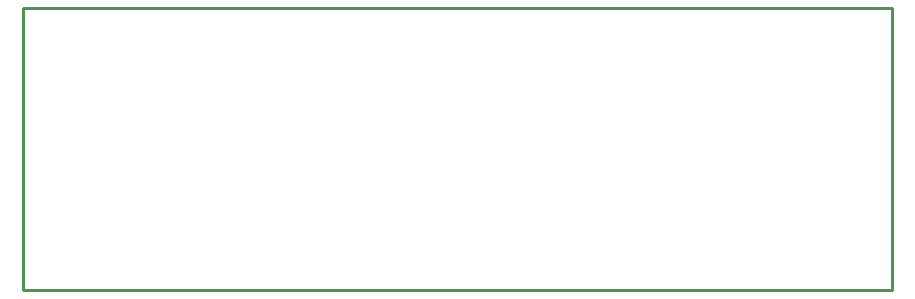
<source format=gko>
G04*
G04 #@! TF.GenerationSoftware,Altium Limited,Altium Designer,21.0.3 (12)*
G04*
G04 Layer_Color=16711935*
%FSLAX43Y43*%
%MOMM*%
G71*
G04*
G04 #@! TF.SameCoordinates,4E316A9E-77FC-4309-9E54-DBFB9EC2A46A*
G04*
G04*
G04 #@! TF.FilePolarity,Positive*
G04*
G01*
G75*
%ADD14C,0.254*%
D14*
Y24003D02*
X73533D01*
X0Y127D02*
Y24003D01*
X73533Y127D02*
Y24003D01*
X0Y127D02*
X73533D01*
M02*

</source>
